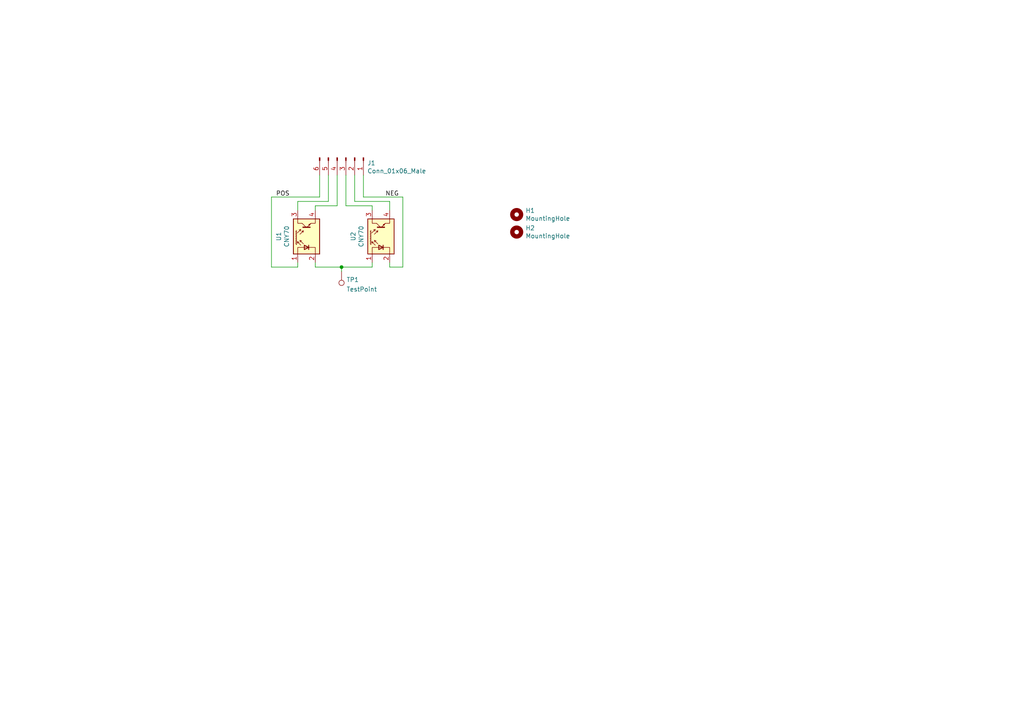
<source format=kicad_sch>
(kicad_sch (version 20211123) (generator eeschema)

  (uuid 8f1c3dec-4155-401e-a66c-2fb36a8a679a)

  (paper "A4")

  (lib_symbols
    (symbol "Connector:Conn_01x06_Male" (pin_names (offset 1.016) hide) (in_bom yes) (on_board yes)
      (property "Reference" "J" (id 0) (at 0 7.62 0)
        (effects (font (size 1.27 1.27)))
      )
      (property "Value" "Conn_01x06_Male" (id 1) (at 0 -10.16 0)
        (effects (font (size 1.27 1.27)))
      )
      (property "Footprint" "" (id 2) (at 0 0 0)
        (effects (font (size 1.27 1.27)) hide)
      )
      (property "Datasheet" "~" (id 3) (at 0 0 0)
        (effects (font (size 1.27 1.27)) hide)
      )
      (property "ki_keywords" "connector" (id 4) (at 0 0 0)
        (effects (font (size 1.27 1.27)) hide)
      )
      (property "ki_description" "Generic connector, single row, 01x06, script generated (kicad-library-utils/schlib/autogen/connector/)" (id 5) (at 0 0 0)
        (effects (font (size 1.27 1.27)) hide)
      )
      (property "ki_fp_filters" "Connector*:*_1x??_*" (id 6) (at 0 0 0)
        (effects (font (size 1.27 1.27)) hide)
      )
      (symbol "Conn_01x06_Male_1_1"
        (polyline
          (pts
            (xy 1.27 -7.62)
            (xy 0.8636 -7.62)
          )
          (stroke (width 0.1524) (type default) (color 0 0 0 0))
          (fill (type none))
        )
        (polyline
          (pts
            (xy 1.27 -5.08)
            (xy 0.8636 -5.08)
          )
          (stroke (width 0.1524) (type default) (color 0 0 0 0))
          (fill (type none))
        )
        (polyline
          (pts
            (xy 1.27 -2.54)
            (xy 0.8636 -2.54)
          )
          (stroke (width 0.1524) (type default) (color 0 0 0 0))
          (fill (type none))
        )
        (polyline
          (pts
            (xy 1.27 0)
            (xy 0.8636 0)
          )
          (stroke (width 0.1524) (type default) (color 0 0 0 0))
          (fill (type none))
        )
        (polyline
          (pts
            (xy 1.27 2.54)
            (xy 0.8636 2.54)
          )
          (stroke (width 0.1524) (type default) (color 0 0 0 0))
          (fill (type none))
        )
        (polyline
          (pts
            (xy 1.27 5.08)
            (xy 0.8636 5.08)
          )
          (stroke (width 0.1524) (type default) (color 0 0 0 0))
          (fill (type none))
        )
        (rectangle (start 0.8636 -7.493) (end 0 -7.747)
          (stroke (width 0.1524) (type default) (color 0 0 0 0))
          (fill (type outline))
        )
        (rectangle (start 0.8636 -4.953) (end 0 -5.207)
          (stroke (width 0.1524) (type default) (color 0 0 0 0))
          (fill (type outline))
        )
        (rectangle (start 0.8636 -2.413) (end 0 -2.667)
          (stroke (width 0.1524) (type default) (color 0 0 0 0))
          (fill (type outline))
        )
        (rectangle (start 0.8636 0.127) (end 0 -0.127)
          (stroke (width 0.1524) (type default) (color 0 0 0 0))
          (fill (type outline))
        )
        (rectangle (start 0.8636 2.667) (end 0 2.413)
          (stroke (width 0.1524) (type default) (color 0 0 0 0))
          (fill (type outline))
        )
        (rectangle (start 0.8636 5.207) (end 0 4.953)
          (stroke (width 0.1524) (type default) (color 0 0 0 0))
          (fill (type outline))
        )
        (pin passive line (at 5.08 5.08 180) (length 3.81)
          (name "Pin_1" (effects (font (size 1.27 1.27))))
          (number "1" (effects (font (size 1.27 1.27))))
        )
        (pin passive line (at 5.08 2.54 180) (length 3.81)
          (name "Pin_2" (effects (font (size 1.27 1.27))))
          (number "2" (effects (font (size 1.27 1.27))))
        )
        (pin passive line (at 5.08 0 180) (length 3.81)
          (name "Pin_3" (effects (font (size 1.27 1.27))))
          (number "3" (effects (font (size 1.27 1.27))))
        )
        (pin passive line (at 5.08 -2.54 180) (length 3.81)
          (name "Pin_4" (effects (font (size 1.27 1.27))))
          (number "4" (effects (font (size 1.27 1.27))))
        )
        (pin passive line (at 5.08 -5.08 180) (length 3.81)
          (name "Pin_5" (effects (font (size 1.27 1.27))))
          (number "5" (effects (font (size 1.27 1.27))))
        )
        (pin passive line (at 5.08 -7.62 180) (length 3.81)
          (name "Pin_6" (effects (font (size 1.27 1.27))))
          (number "6" (effects (font (size 1.27 1.27))))
        )
      )
    )
    (symbol "Connector:TestPoint" (pin_numbers hide) (pin_names (offset 0.762) hide) (in_bom yes) (on_board yes)
      (property "Reference" "TP" (id 0) (at 0 6.858 0)
        (effects (font (size 1.27 1.27)))
      )
      (property "Value" "TestPoint" (id 1) (at 0 5.08 0)
        (effects (font (size 1.27 1.27)))
      )
      (property "Footprint" "" (id 2) (at 5.08 0 0)
        (effects (font (size 1.27 1.27)) hide)
      )
      (property "Datasheet" "~" (id 3) (at 5.08 0 0)
        (effects (font (size 1.27 1.27)) hide)
      )
      (property "ki_keywords" "test point tp" (id 4) (at 0 0 0)
        (effects (font (size 1.27 1.27)) hide)
      )
      (property "ki_description" "test point" (id 5) (at 0 0 0)
        (effects (font (size 1.27 1.27)) hide)
      )
      (property "ki_fp_filters" "Pin* Test*" (id 6) (at 0 0 0)
        (effects (font (size 1.27 1.27)) hide)
      )
      (symbol "TestPoint_0_1"
        (circle (center 0 3.302) (radius 0.762)
          (stroke (width 0) (type default) (color 0 0 0 0))
          (fill (type none))
        )
      )
      (symbol "TestPoint_1_1"
        (pin passive line (at 0 0 90) (length 2.54)
          (name "1" (effects (font (size 1.27 1.27))))
          (number "1" (effects (font (size 1.27 1.27))))
        )
      )
    )
    (symbol "Mechanical:MountingHole" (pin_names (offset 1.016)) (in_bom yes) (on_board yes)
      (property "Reference" "H" (id 0) (at 0 5.08 0)
        (effects (font (size 1.27 1.27)))
      )
      (property "Value" "MountingHole" (id 1) (at 0 3.175 0)
        (effects (font (size 1.27 1.27)))
      )
      (property "Footprint" "" (id 2) (at 0 0 0)
        (effects (font (size 1.27 1.27)) hide)
      )
      (property "Datasheet" "~" (id 3) (at 0 0 0)
        (effects (font (size 1.27 1.27)) hide)
      )
      (property "ki_keywords" "mounting hole" (id 4) (at 0 0 0)
        (effects (font (size 1.27 1.27)) hide)
      )
      (property "ki_description" "Mounting Hole without connection" (id 5) (at 0 0 0)
        (effects (font (size 1.27 1.27)) hide)
      )
      (property "ki_fp_filters" "MountingHole*" (id 6) (at 0 0 0)
        (effects (font (size 1.27 1.27)) hide)
      )
      (symbol "MountingHole_0_1"
        (circle (center 0 0) (radius 1.27)
          (stroke (width 1.27) (type default) (color 0 0 0 0))
          (fill (type none))
        )
      )
    )
    (symbol "Sensor_Proximity:CNY70" (pin_names (offset 1.016) hide) (in_bom yes) (on_board yes)
      (property "Reference" "U" (id 0) (at -5.08 5.08 0)
        (effects (font (size 1.27 1.27)))
      )
      (property "Value" "CNY70" (id 1) (at 5.08 5.08 0)
        (effects (font (size 1.27 1.27)) (justify right))
      )
      (property "Footprint" "OptoDevice:Vishay_CNY70" (id 2) (at 0 -5.08 0)
        (effects (font (size 1.27 1.27)) hide)
      )
      (property "Datasheet" "https://www.vishay.com/docs/83751/cny70.pdf" (id 3) (at 0 2.54 0)
        (effects (font (size 1.27 1.27)) hide)
      )
      (property "ki_keywords" "Reflective Optical Sensor Opto" (id 4) (at 0 0 0)
        (effects (font (size 1.27 1.27)) hide)
      )
      (property "ki_description" "Reflective Optical Sensor with Transistor Output" (id 5) (at 0 0 0)
        (effects (font (size 1.27 1.27)) hide)
      )
      (property "ki_fp_filters" "Vishay*CNY70*" (id 6) (at 0 0 0)
        (effects (font (size 1.27 1.27)) hide)
      )
      (symbol "CNY70_0_1"
        (polyline
          (pts
            (xy -3.81 -0.635)
            (xy -2.54 -0.635)
          )
          (stroke (width 0.254) (type default) (color 0 0 0 0))
          (fill (type none))
        )
        (polyline
          (pts
            (xy -2.286 2.921)
            (xy -2.032 3.175)
          )
          (stroke (width 0) (type default) (color 0 0 0 0))
          (fill (type none))
        )
        (polyline
          (pts
            (xy -1.778 2.921)
            (xy -1.524 3.175)
          )
          (stroke (width 0) (type default) (color 0 0 0 0))
          (fill (type none))
        )
        (polyline
          (pts
            (xy -1.524 2.667)
            (xy -1.651 2.159)
          )
          (stroke (width 0) (type default) (color 0 0 0 0))
          (fill (type none))
        )
        (polyline
          (pts
            (xy -1.27 2.921)
            (xy -1.016 3.175)
          )
          (stroke (width 0) (type default) (color 0 0 0 0))
          (fill (type none))
        )
        (polyline
          (pts
            (xy -1.143 1.905)
            (xy -1.27 1.397)
          )
          (stroke (width 0) (type default) (color 0 0 0 0))
          (fill (type none))
        )
        (polyline
          (pts
            (xy -0.762 2.921)
            (xy -0.508 3.175)
          )
          (stroke (width 0) (type default) (color 0 0 0 0))
          (fill (type none))
        )
        (polyline
          (pts
            (xy -0.254 2.921)
            (xy 0 3.175)
          )
          (stroke (width 0) (type default) (color 0 0 0 0))
          (fill (type none))
        )
        (polyline
          (pts
            (xy 0.254 2.921)
            (xy 0.508 3.175)
          )
          (stroke (width 0) (type default) (color 0 0 0 0))
          (fill (type none))
        )
        (polyline
          (pts
            (xy 0.762 2.921)
            (xy 1.016 3.175)
          )
          (stroke (width 0) (type default) (color 0 0 0 0))
          (fill (type none))
        )
        (polyline
          (pts
            (xy 1.27 2.921)
            (xy 1.524 3.175)
          )
          (stroke (width 0) (type default) (color 0 0 0 0))
          (fill (type none))
        )
        (polyline
          (pts
            (xy 1.651 0.889)
            (xy 1.143 1.016)
          )
          (stroke (width 0) (type default) (color 0 0 0 0))
          (fill (type none))
        )
        (polyline
          (pts
            (xy 1.778 2.921)
            (xy -2.413 2.921)
          )
          (stroke (width 0) (type default) (color 0 0 0 0))
          (fill (type none))
        )
        (polyline
          (pts
            (xy 2.032 1.651)
            (xy 1.524 1.778)
          )
          (stroke (width 0) (type default) (color 0 0 0 0))
          (fill (type none))
        )
        (polyline
          (pts
            (xy 2.667 -0.127)
            (xy 3.81 -1.27)
          )
          (stroke (width 0) (type default) (color 0 0 0 0))
          (fill (type none))
        )
        (polyline
          (pts
            (xy 2.667 0.127)
            (xy 3.81 1.27)
          )
          (stroke (width 0) (type default) (color 0 0 0 0))
          (fill (type none))
        )
        (polyline
          (pts
            (xy -2.54 1.651)
            (xy -1.524 2.667)
            (xy -2.032 2.54)
          )
          (stroke (width 0) (type default) (color 0 0 0 0))
          (fill (type none))
        )
        (polyline
          (pts
            (xy -2.159 0.889)
            (xy -1.143 1.905)
            (xy -1.651 1.778)
          )
          (stroke (width 0) (type default) (color 0 0 0 0))
          (fill (type none))
        )
        (polyline
          (pts
            (xy 0.635 1.905)
            (xy 1.651 0.889)
            (xy 1.524 1.397)
          )
          (stroke (width 0) (type default) (color 0 0 0 0))
          (fill (type none))
        )
        (polyline
          (pts
            (xy 1.016 2.667)
            (xy 2.032 1.651)
            (xy 1.905 2.159)
          )
          (stroke (width 0) (type default) (color 0 0 0 0))
          (fill (type none))
        )
        (polyline
          (pts
            (xy 2.667 1.016)
            (xy 2.667 -1.016)
            (xy 2.667 -1.016)
          )
          (stroke (width 0.3556) (type default) (color 0 0 0 0))
          (fill (type none))
        )
        (polyline
          (pts
            (xy 3.81 -1.27)
            (xy 3.81 -2.54)
            (xy 5.08 -2.54)
          )
          (stroke (width 0) (type default) (color 0 0 0 0))
          (fill (type none))
        )
        (polyline
          (pts
            (xy 3.81 1.27)
            (xy 3.81 2.54)
            (xy 5.08 2.54)
          )
          (stroke (width 0) (type default) (color 0 0 0 0))
          (fill (type none))
        )
        (polyline
          (pts
            (xy -5.08 -2.54)
            (xy -3.175 -2.54)
            (xy -3.175 2.54)
            (xy -5.08 2.54)
          )
          (stroke (width 0) (type default) (color 0 0 0 0))
          (fill (type none))
        )
        (polyline
          (pts
            (xy -3.175 -0.635)
            (xy -3.81 0.635)
            (xy -2.54 0.635)
            (xy -3.175 -0.635)
          )
          (stroke (width 0.254) (type default) (color 0 0 0 0))
          (fill (type none))
        )
        (polyline
          (pts
            (xy 3.683 -1.143)
            (xy 3.429 -0.635)
            (xy 3.175 -0.889)
            (xy 3.683 -1.143)
          )
          (stroke (width 0) (type default) (color 0 0 0 0))
          (fill (type none))
        )
        (polyline
          (pts
            (xy -5.08 -3.81)
            (xy 5.08 -3.81)
            (xy 5.08 3.81)
            (xy -5.08 3.81)
            (xy -5.08 -3.81)
          )
          (stroke (width 0.254) (type default) (color 0 0 0 0))
          (fill (type background))
        )
      )
      (symbol "CNY70_1_1"
        (pin passive line (at -7.62 2.54 0) (length 2.54)
          (name "A" (effects (font (size 1.27 1.27))))
          (number "1" (effects (font (size 1.27 1.27))))
        )
        (pin passive line (at -7.62 -2.54 0) (length 2.54)
          (name "K" (effects (font (size 1.27 1.27))))
          (number "2" (effects (font (size 1.27 1.27))))
        )
        (pin open_collector line (at 7.62 2.54 180) (length 2.54)
          (name "C" (effects (font (size 1.27 1.27))))
          (number "3" (effects (font (size 1.27 1.27))))
        )
        (pin open_emitter line (at 7.62 -2.54 180) (length 2.54)
          (name "E" (effects (font (size 1.27 1.27))))
          (number "4" (effects (font (size 1.27 1.27))))
        )
      )
    )
  )

  (junction (at 99.06 77.47) (diameter 0) (color 0 0 0 0)
    (uuid da197f28-6997-4077-8352-0ab7ccc174a0)
  )

  (wire (pts (xy 91.44 59.69) (xy 97.79 59.69))
    (stroke (width 0) (type default) (color 0 0 0 0))
    (uuid 01e611d2-3b1b-4fd6-a98d-337abbeabd6f)
  )
  (wire (pts (xy 100.33 59.69) (xy 107.95 59.69))
    (stroke (width 0) (type default) (color 0 0 0 0))
    (uuid 03d3e1d0-c2cd-4b38-98a6-909a3013d4ab)
  )
  (wire (pts (xy 95.25 50.8) (xy 95.25 58.42))
    (stroke (width 0) (type default) (color 0 0 0 0))
    (uuid 095fe64c-c03f-46e6-8fed-9c33470854d9)
  )
  (wire (pts (xy 95.25 58.42) (xy 86.36 58.42))
    (stroke (width 0) (type default) (color 0 0 0 0))
    (uuid 11a3bc76-e93f-469c-9327-d7ba87f11b05)
  )
  (wire (pts (xy 86.36 77.47) (xy 78.74 77.47))
    (stroke (width 0) (type default) (color 0 0 0 0))
    (uuid 15e83738-ef21-40af-bd53-c12c63ca4480)
  )
  (wire (pts (xy 91.44 76.2) (xy 91.44 77.47))
    (stroke (width 0) (type default) (color 0 0 0 0))
    (uuid 21034c73-c564-4af3-91e2-1a4576801c1e)
  )
  (wire (pts (xy 102.87 50.8) (xy 102.87 58.42))
    (stroke (width 0) (type default) (color 0 0 0 0))
    (uuid 42ec9d3e-272a-42f6-a0dd-4775dc7ac54c)
  )
  (wire (pts (xy 107.95 77.47) (xy 107.95 76.2))
    (stroke (width 0) (type default) (color 0 0 0 0))
    (uuid 4942235e-15c8-4048-9ff8-236ea2656193)
  )
  (wire (pts (xy 91.44 77.47) (xy 99.06 77.47))
    (stroke (width 0) (type default) (color 0 0 0 0))
    (uuid 54091c42-b0f6-4dde-be9d-f11159c4c5eb)
  )
  (wire (pts (xy 107.95 59.69) (xy 107.95 60.96))
    (stroke (width 0) (type default) (color 0 0 0 0))
    (uuid 6cd4b90e-83c4-49ef-926e-d0eb25812e5f)
  )
  (wire (pts (xy 97.79 59.69) (xy 97.79 50.8))
    (stroke (width 0) (type default) (color 0 0 0 0))
    (uuid 7419a2a7-2fb6-4bf3-9ffe-467193d9cdca)
  )
  (wire (pts (xy 113.03 76.2) (xy 113.03 77.47))
    (stroke (width 0) (type default) (color 0 0 0 0))
    (uuid 78ff9651-2fad-441a-a4d2-3409cf15db66)
  )
  (wire (pts (xy 105.41 57.15) (xy 116.84 57.15))
    (stroke (width 0) (type default) (color 0 0 0 0))
    (uuid 7a6a3677-8955-4e7b-bb92-122fcaa2c601)
  )
  (wire (pts (xy 86.36 76.2) (xy 86.36 77.47))
    (stroke (width 0) (type default) (color 0 0 0 0))
    (uuid 80237d13-716a-4717-8d94-0112910c84b8)
  )
  (wire (pts (xy 113.03 58.42) (xy 113.03 60.96))
    (stroke (width 0) (type default) (color 0 0 0 0))
    (uuid 98b4f046-6768-4ae2-81aa-dbcfff0dac71)
  )
  (wire (pts (xy 78.74 77.47) (xy 78.74 57.15))
    (stroke (width 0) (type default) (color 0 0 0 0))
    (uuid 9e358d19-28e6-4b71-a61b-bc2464160a2d)
  )
  (wire (pts (xy 92.71 57.15) (xy 92.71 50.8))
    (stroke (width 0) (type default) (color 0 0 0 0))
    (uuid a1fafbae-44b8-4da0-9b1d-b8a442838774)
  )
  (wire (pts (xy 78.74 57.15) (xy 92.71 57.15))
    (stroke (width 0) (type default) (color 0 0 0 0))
    (uuid a27f0c67-d0f3-44f9-b0f6-17e16893191f)
  )
  (wire (pts (xy 100.33 50.8) (xy 100.33 59.69))
    (stroke (width 0) (type default) (color 0 0 0 0))
    (uuid ae887d17-9a8b-4c20-9048-b0d20f33d557)
  )
  (wire (pts (xy 105.41 50.8) (xy 105.41 57.15))
    (stroke (width 0) (type default) (color 0 0 0 0))
    (uuid b3ac9620-4b59-4183-8cb8-ff835d928205)
  )
  (wire (pts (xy 86.36 58.42) (xy 86.36 60.96))
    (stroke (width 0) (type default) (color 0 0 0 0))
    (uuid b4deeb53-805b-47d0-a7a8-c857037cea97)
  )
  (wire (pts (xy 91.44 60.96) (xy 91.44 59.69))
    (stroke (width 0) (type default) (color 0 0 0 0))
    (uuid c2d3efdb-6198-4875-aba5-7da5c0d90590)
  )
  (wire (pts (xy 99.06 78.74) (xy 99.06 77.47))
    (stroke (width 0) (type default) (color 0 0 0 0))
    (uuid d862f1a0-0331-42ca-b7c0-d381f516d746)
  )
  (wire (pts (xy 116.84 77.47) (xy 113.03 77.47))
    (stroke (width 0) (type default) (color 0 0 0 0))
    (uuid e47d44ad-fcfb-4d88-8a02-69420c2ec781)
  )
  (wire (pts (xy 102.87 58.42) (xy 113.03 58.42))
    (stroke (width 0) (type default) (color 0 0 0 0))
    (uuid ec410b8f-08d9-40ba-9e39-d4f9e56dfad0)
  )
  (wire (pts (xy 116.84 57.15) (xy 116.84 77.47))
    (stroke (width 0) (type default) (color 0 0 0 0))
    (uuid f0264b76-6b48-4322-ba1b-0a5a8409976d)
  )
  (wire (pts (xy 99.06 77.47) (xy 107.95 77.47))
    (stroke (width 0) (type default) (color 0 0 0 0))
    (uuid f2f0a028-91fd-4c28-a379-01b8dd6d5437)
  )

  (label "POS" (at 80.01 57.15 0)
    (effects (font (size 1.27 1.27)) (justify left bottom))
    (uuid 034052ad-9a69-4061-843f-470a503822f1)
  )
  (label "NEG" (at 111.76 57.15 0)
    (effects (font (size 1.27 1.27)) (justify left bottom))
    (uuid 03a6466c-4d2a-4d7d-a442-1fd904572bb3)
  )

  (symbol (lib_id "Sensor_Proximity:CNY70") (at 88.9 68.58 90) (unit 1)
    (in_bom yes) (on_board yes)
    (uuid 00000000-0000-0000-0000-0000603b0913)
    (property "Reference" "U1" (id 0) (at 80.8482 68.58 0))
    (property "Value" "CNY70" (id 1) (at 83.1596 68.58 0))
    (property "Footprint" "OptoDevice:Vishay_CNY70" (id 2) (at 93.98 68.58 0)
      (effects (font (size 1.27 1.27)) hide)
    )
    (property "Datasheet" "https://www.vishay.com/docs/83751/cny70.pdf" (id 3) (at 86.36 68.58 0)
      (effects (font (size 1.27 1.27)) hide)
    )
    (pin "1" (uuid 3f7ded7e-8028-4c6e-a972-7f3df0da651a))
    (pin "2" (uuid 5099fc89-dc9e-4258-b6f6-9791feea6b58))
    (pin "3" (uuid 713cccdc-9da2-464f-94fb-7dae9b6b1f65))
    (pin "4" (uuid d79a50b1-0a98-475c-af8b-e0e656bd202c))
  )

  (symbol (lib_id "Mechanical:MountingHole") (at 149.86 62.23 0) (unit 1)
    (in_bom yes) (on_board yes)
    (uuid 00000000-0000-0000-0000-0000603b60f7)
    (property "Reference" "H1" (id 0) (at 152.4 61.0616 0)
      (effects (font (size 1.27 1.27)) (justify left))
    )
    (property "Value" "MountingHole" (id 1) (at 152.4 63.373 0)
      (effects (font (size 1.27 1.27)) (justify left))
    )
    (property "Footprint" "Mounting_Holes:MountingHole_3.2mm_M3" (id 2) (at 149.86 62.23 0)
      (effects (font (size 1.27 1.27)) hide)
    )
    (property "Datasheet" "~" (id 3) (at 149.86 62.23 0)
      (effects (font (size 1.27 1.27)) hide)
    )
  )

  (symbol (lib_id "Sensor_Proximity:CNY70") (at 110.49 68.58 90) (unit 1)
    (in_bom yes) (on_board yes)
    (uuid 00000000-0000-0000-0000-0000603b6433)
    (property "Reference" "U2" (id 0) (at 102.4382 68.58 0))
    (property "Value" "CNY70" (id 1) (at 104.7496 68.58 0))
    (property "Footprint" "OptoDevice:Vishay_CNY70" (id 2) (at 115.57 68.58 0)
      (effects (font (size 1.27 1.27)) hide)
    )
    (property "Datasheet" "https://www.vishay.com/docs/83751/cny70.pdf" (id 3) (at 107.95 68.58 0)
      (effects (font (size 1.27 1.27)) hide)
    )
    (pin "1" (uuid 6ec432ef-8ad6-4143-9ebe-289f23b828ea))
    (pin "2" (uuid d99e2e38-9631-4989-80ca-fdefef83cb1b))
    (pin "3" (uuid 8ebfe56e-eed3-4cb7-b374-e24c68228e83))
    (pin "4" (uuid 77f6d404-1482-4c7c-bd5d-7932c332df6f))
  )

  (symbol (lib_id "Mechanical:MountingHole") (at 149.86 67.31 0) (unit 1)
    (in_bom yes) (on_board yes)
    (uuid 00000000-0000-0000-0000-0000603b685b)
    (property "Reference" "H2" (id 0) (at 152.4 66.1416 0)
      (effects (font (size 1.27 1.27)) (justify left))
    )
    (property "Value" "MountingHole" (id 1) (at 152.4 68.453 0)
      (effects (font (size 1.27 1.27)) (justify left))
    )
    (property "Footprint" "Mounting_Holes:MountingHole_3.2mm_M3" (id 2) (at 149.86 67.31 0)
      (effects (font (size 1.27 1.27)) hide)
    )
    (property "Datasheet" "~" (id 3) (at 149.86 67.31 0)
      (effects (font (size 1.27 1.27)) hide)
    )
  )

  (symbol (lib_id "Connector:Conn_01x06_Male") (at 100.33 45.72 270) (unit 1)
    (in_bom yes) (on_board yes)
    (uuid 00000000-0000-0000-0000-0000603b900c)
    (property "Reference" "J1" (id 0) (at 106.5276 47.2948 90)
      (effects (font (size 1.27 1.27)) (justify left))
    )
    (property "Value" "Conn_01x06_Male" (id 1) (at 106.5276 49.6062 90)
      (effects (font (size 1.27 1.27)) (justify left))
    )
    (property "Footprint" "Pin_Headers:Pin_Header_Angled_1x06_Pitch2.54mm" (id 2) (at 100.33 45.72 0)
      (effects (font (size 1.27 1.27)) hide)
    )
    (property "Datasheet" "~" (id 3) (at 100.33 45.72 0)
      (effects (font (size 1.27 1.27)) hide)
    )
    (pin "1" (uuid 5a4dd3c3-5f0d-4f7a-a70b-0f039c3bd4ab))
    (pin "2" (uuid d8ebe929-0a78-4c54-9a0b-65ac74f006e4))
    (pin "3" (uuid 706b6a60-3c73-4cb9-b312-f0d6539b30e2))
    (pin "4" (uuid b9650a2f-a1ef-4013-85e8-8a07472848ff))
    (pin "5" (uuid 7437b964-c3f1-4ac1-934d-df2de34ddbda))
    (pin "6" (uuid 91de00b6-12c0-4824-92fe-5d53cfd996fe))
  )

  (symbol (lib_id "Connector:TestPoint") (at 99.06 78.74 180) (unit 1)
    (in_bom yes) (on_board yes) (fields_autoplaced)
    (uuid a4ed41dc-eb94-4e3f-a482-d012214b0b8a)
    (property "Reference" "TP1" (id 0) (at 100.457 81.1335 0)
      (effects (font (size 1.27 1.27)) (justify right))
    )
    (property "Value" "TestPoint" (id 1) (at 100.457 83.9086 0)
      (effects (font (size 1.27 1.27)) (justify right))
    )
    (property "Footprint" "TestPoint:TestPoint_Pad_1.0x1.0mm" (id 2) (at 93.98 78.74 0)
      (effects (font (size 1.27 1.27)) hide)
    )
    (property "Datasheet" "~" (id 3) (at 93.98 78.74 0)
      (effects (font (size 1.27 1.27)) hide)
    )
    (pin "1" (uuid 132f87af-fee0-4378-a134-77a68eb21f40))
  )

  (sheet_instances
    (path "/" (page "1"))
  )

  (symbol_instances
    (path "/00000000-0000-0000-0000-0000603b60f7"
      (reference "H1") (unit 1) (value "MountingHole") (footprint "Mounting_Holes:MountingHole_3.2mm_M3")
    )
    (path "/00000000-0000-0000-0000-0000603b685b"
      (reference "H2") (unit 1) (value "MountingHole") (footprint "Mounting_Holes:MountingHole_3.2mm_M3")
    )
    (path "/00000000-0000-0000-0000-0000603b900c"
      (reference "J1") (unit 1) (value "Conn_01x06_Male") (footprint "Pin_Headers:Pin_Header_Angled_1x06_Pitch2.54mm")
    )
    (path "/a4ed41dc-eb94-4e3f-a482-d012214b0b8a"
      (reference "TP1") (unit 1) (value "TestPoint") (footprint "TestPoint:TestPoint_Pad_1.0x1.0mm")
    )
    (path "/00000000-0000-0000-0000-0000603b0913"
      (reference "U1") (unit 1) (value "CNY70") (footprint "OptoDevice:Vishay_CNY70")
    )
    (path "/00000000-0000-0000-0000-0000603b6433"
      (reference "U2") (unit 1) (value "CNY70") (footprint "OptoDevice:Vishay_CNY70")
    )
  )
)

</source>
